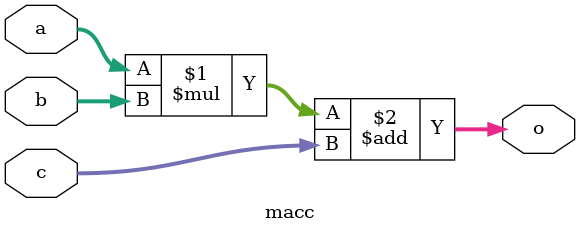
<source format=v>
module macc(a, b, c, o);
	input [15:0] a, b, c;
	output [15:0] o;
	
	assign o = a * b + c;
endmodule
</source>
